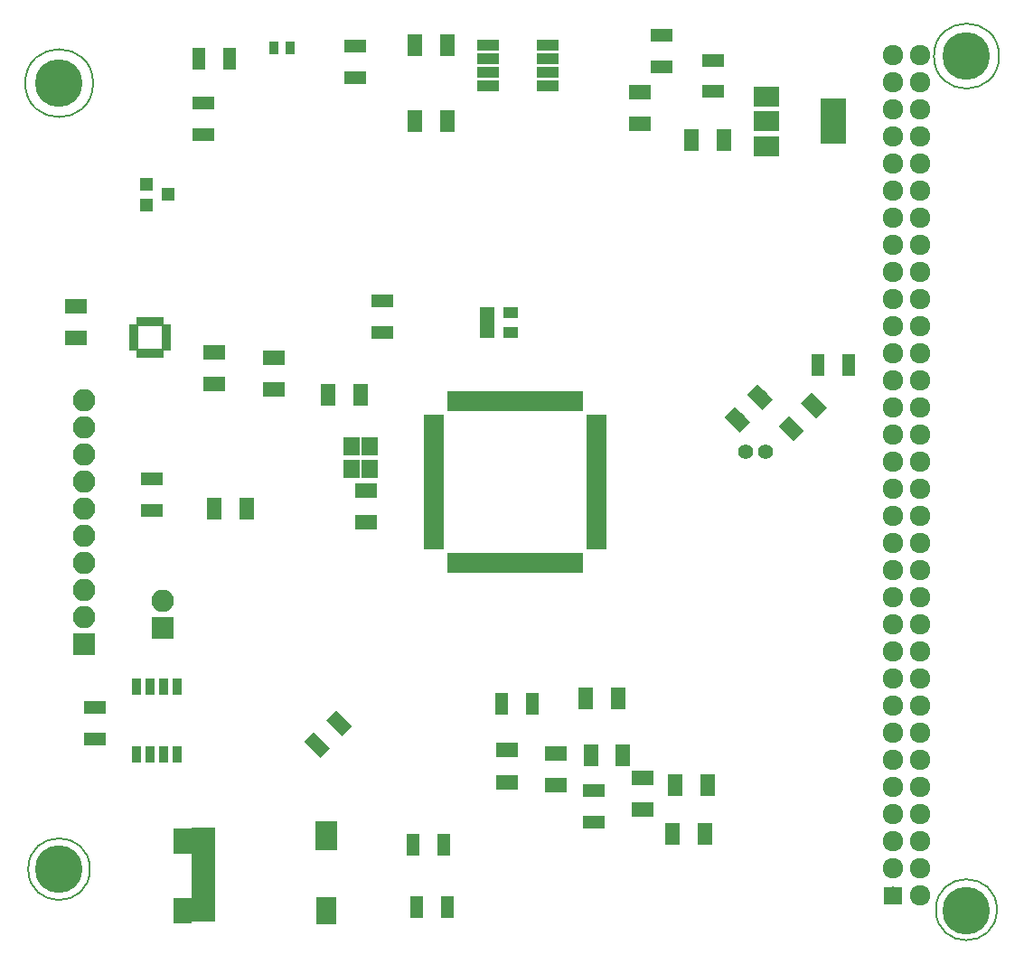
<source format=gts>
G04 #@! TF.GenerationSoftware,KiCad,Pcbnew,(5.1.2)-1*
G04 #@! TF.CreationDate,2019-06-18T12:55:33-03:00*
G04 #@! TF.ProjectId,pcb_v1,7063625f-7631-42e6-9b69-6361645f7063,rev?*
G04 #@! TF.SameCoordinates,Original*
G04 #@! TF.FileFunction,Soldermask,Top*
G04 #@! TF.FilePolarity,Negative*
%FSLAX46Y46*%
G04 Gerber Fmt 4.6, Leading zero omitted, Abs format (unit mm)*
G04 Created by KiCad (PCBNEW (5.1.2)-1) date 2019-06-18 12:55:33*
%MOMM*%
%LPD*%
G04 APERTURE LIST*
%ADD10C,0.150000*%
%ADD11C,4.464000*%
%ADD12C,1.300000*%
%ADD13C,0.100000*%
%ADD14C,1.400000*%
%ADD15R,1.400000X2.000000*%
%ADD16R,1.950000X0.650000*%
%ADD17R,0.650000X1.950000*%
%ADD18R,2.100000X1.300000*%
%ADD19R,2.000000X1.400000*%
%ADD20R,2.150000X1.050000*%
%ADD21R,1.300000X2.100000*%
%ADD22R,2.400000X4.200000*%
%ADD23R,2.400000X1.900000*%
%ADD24C,1.664000*%
%ADD25C,1.924000*%
%ADD26R,1.460000X1.050000*%
%ADD27R,0.900000X1.300000*%
%ADD28R,2.100000X2.100000*%
%ADD29O,2.100000X2.100000*%
%ADD30R,1.300000X1.200000*%
%ADD31R,0.908000X1.543000*%
%ADD32R,1.500000X1.700000*%
%ADD33R,1.900000X2.600000*%
%ADD34R,2.000000X2.700000*%
%ADD35R,1.800000X2.400000*%
%ADD36R,2.200000X1.200000*%
%ADD37R,0.600000X0.950000*%
%ADD38R,0.950000X0.600000*%
G04 APERTURE END LIST*
D10*
X58260000Y-57620000D02*
G75*
G03X58260000Y-57620000I-3180000J0D01*
G01*
X57960277Y-131280000D02*
G75*
G03X57960277Y-131280000I-2890277J0D01*
G01*
X143128688Y-55080000D02*
G75*
G03X143128688Y-55080000I-3048688J0D01*
G01*
X142930280Y-135080000D02*
G75*
G03X142930280Y-135080000I-2860280J0D01*
G01*
D11*
X140090000Y-55080000D03*
X55080000Y-57620000D03*
X55080000Y-131280000D03*
X140090000Y-135150000D03*
D12*
X79238695Y-119643305D03*
D13*
G36*
X79521538Y-120845387D02*
G01*
X78036613Y-119360462D01*
X78955852Y-118441223D01*
X80440777Y-119926148D01*
X79521538Y-120845387D01*
X79521538Y-120845387D01*
G37*
D12*
X81289305Y-117592695D03*
D13*
G36*
X81572148Y-118794777D02*
G01*
X80087223Y-117309852D01*
X81006462Y-116390613D01*
X82491387Y-117875538D01*
X81572148Y-118794777D01*
X81572148Y-118794777D01*
G37*
D14*
X119380000Y-92202000D03*
X121280000Y-92202000D03*
D15*
X104902000Y-120650000D03*
X107902000Y-120650000D03*
D16*
X90190000Y-100996000D03*
X90190000Y-100496000D03*
X90190000Y-99996000D03*
X90190000Y-99496000D03*
X90190000Y-98996000D03*
X90190000Y-98496000D03*
X90190000Y-97996000D03*
X90190000Y-97496000D03*
X90190000Y-96996000D03*
X90190000Y-96496000D03*
X90190000Y-95996000D03*
X90190000Y-95496000D03*
X90190000Y-94996000D03*
X90190000Y-94496000D03*
X90190000Y-93996000D03*
X90190000Y-93496000D03*
X90190000Y-92996000D03*
X90190000Y-92496000D03*
X90190000Y-91996000D03*
X90190000Y-91496000D03*
X90190000Y-90996000D03*
X90190000Y-90496000D03*
X90190000Y-89996000D03*
X90190000Y-89496000D03*
X90190000Y-88996000D03*
D17*
X91790000Y-87396000D03*
X92290000Y-87396000D03*
X92790000Y-87396000D03*
X93290000Y-87396000D03*
X93790000Y-87396000D03*
X94290000Y-87396000D03*
X94790000Y-87396000D03*
X95290000Y-87396000D03*
X95790000Y-87396000D03*
X96290000Y-87396000D03*
X96790000Y-87396000D03*
X97290000Y-87396000D03*
X97790000Y-87396000D03*
X98290000Y-87396000D03*
X98790000Y-87396000D03*
X99290000Y-87396000D03*
X99790000Y-87396000D03*
X100290000Y-87396000D03*
X100790000Y-87396000D03*
X101290000Y-87396000D03*
X101790000Y-87396000D03*
X102290000Y-87396000D03*
X102790000Y-87396000D03*
X103290000Y-87396000D03*
X103790000Y-87396000D03*
D16*
X105390000Y-88996000D03*
X105390000Y-89496000D03*
X105390000Y-89996000D03*
X105390000Y-90496000D03*
X105390000Y-90996000D03*
X105390000Y-91496000D03*
X105390000Y-91996000D03*
X105390000Y-92496000D03*
X105390000Y-92996000D03*
X105390000Y-93496000D03*
X105390000Y-93996000D03*
X105390000Y-94496000D03*
X105390000Y-94996000D03*
X105390000Y-95496000D03*
X105390000Y-95996000D03*
X105390000Y-96496000D03*
X105390000Y-96996000D03*
X105390000Y-97496000D03*
X105390000Y-97996000D03*
X105390000Y-98496000D03*
X105390000Y-98996000D03*
X105390000Y-99496000D03*
X105390000Y-99996000D03*
X105390000Y-100496000D03*
X105390000Y-100996000D03*
D17*
X103790000Y-102596000D03*
X103290000Y-102596000D03*
X102790000Y-102596000D03*
X102290000Y-102596000D03*
X101790000Y-102596000D03*
X101290000Y-102596000D03*
X100790000Y-102596000D03*
X100290000Y-102596000D03*
X99790000Y-102596000D03*
X99290000Y-102596000D03*
X98790000Y-102596000D03*
X98290000Y-102596000D03*
X97790000Y-102596000D03*
X97290000Y-102596000D03*
X96790000Y-102596000D03*
X96290000Y-102596000D03*
X95790000Y-102596000D03*
X95290000Y-102596000D03*
X94790000Y-102596000D03*
X94290000Y-102596000D03*
X93790000Y-102596000D03*
X93290000Y-102596000D03*
X92790000Y-102596000D03*
X92290000Y-102596000D03*
X91790000Y-102596000D03*
D18*
X63754000Y-94742000D03*
X63754000Y-97642000D03*
D19*
X69596000Y-85828000D03*
X69596000Y-82828000D03*
D20*
X95238000Y-57912000D03*
X95238000Y-56642000D03*
X95238000Y-55372000D03*
X95238000Y-54102000D03*
X100838000Y-54102000D03*
X100838000Y-55372000D03*
X100838000Y-56642000D03*
X100838000Y-57912000D03*
D21*
X126132000Y-84074000D03*
X129032000Y-84074000D03*
D19*
X97028000Y-120142000D03*
X97028000Y-123142000D03*
D14*
X123653340Y-89960660D03*
D13*
G36*
X123865472Y-91162742D02*
G01*
X122451258Y-89748528D01*
X123441208Y-88758578D01*
X124855422Y-90172792D01*
X123865472Y-91162742D01*
X123865472Y-91162742D01*
G37*
D14*
X125774660Y-87839340D03*
D13*
G36*
X125986792Y-89041422D02*
G01*
X124572578Y-87627208D01*
X125562528Y-86637258D01*
X126976742Y-88051472D01*
X125986792Y-89041422D01*
X125986792Y-89041422D01*
G37*
D19*
X83820000Y-95782000D03*
X83820000Y-98782000D03*
D15*
X80288000Y-86868000D03*
X83288000Y-86868000D03*
X104418000Y-115316000D03*
X107418000Y-115316000D03*
X117324000Y-62992000D03*
X114324000Y-62992000D03*
D19*
X109474000Y-58444000D03*
X109474000Y-61444000D03*
X101600000Y-120420000D03*
X101600000Y-123420000D03*
D15*
X112546000Y-128016000D03*
X115546000Y-128016000D03*
X112800000Y-123444000D03*
X115800000Y-123444000D03*
D19*
X109728000Y-125706000D03*
X109728000Y-122706000D03*
D21*
X99420000Y-115824000D03*
X96520000Y-115824000D03*
D18*
X111506000Y-53160000D03*
X111506000Y-56060000D03*
X116332000Y-58420000D03*
X116332000Y-55520000D03*
X105156000Y-126852000D03*
X105156000Y-123952000D03*
D22*
X127610000Y-61214000D03*
D23*
X121310000Y-61214000D03*
X121310000Y-63514000D03*
X121310000Y-58914000D03*
D24*
X133190000Y-133770000D03*
D13*
G36*
X134022000Y-134602000D02*
G01*
X132358000Y-134602000D01*
X132358000Y-132938000D01*
X134022000Y-132938000D01*
X134022000Y-134602000D01*
X134022000Y-134602000D01*
G37*
D25*
X133190000Y-131230000D03*
X133190000Y-128690000D03*
X133190000Y-126150000D03*
X133190000Y-123610000D03*
X133190000Y-121070000D03*
X133190000Y-118530000D03*
X133190000Y-115990000D03*
X133190000Y-113450000D03*
X133190000Y-110910000D03*
X133190000Y-108370000D03*
X133190000Y-105830000D03*
X133190000Y-103290000D03*
X133190000Y-100750000D03*
X133190000Y-98210000D03*
X133190000Y-95670000D03*
X133190000Y-93130000D03*
X133190000Y-90590000D03*
X133190000Y-88050000D03*
X133190000Y-85510000D03*
X133190000Y-82970000D03*
X133190000Y-80430000D03*
X133190000Y-77890000D03*
X133190000Y-75350000D03*
X133190000Y-72810000D03*
X133190000Y-70270000D03*
X133190000Y-67730000D03*
X133190000Y-65190000D03*
X133190000Y-62650000D03*
X133190000Y-60110000D03*
X133190000Y-57570000D03*
X133190000Y-55030000D03*
X135730000Y-133770000D03*
X135730000Y-131230000D03*
X135730000Y-128690000D03*
X135730000Y-126150000D03*
X135730000Y-123610000D03*
X135730000Y-121070000D03*
X135730000Y-118530000D03*
X135730000Y-115990000D03*
X135730000Y-113450000D03*
X135730000Y-110910000D03*
X135730000Y-108370000D03*
X135730000Y-105830000D03*
X135730000Y-103290000D03*
X135730000Y-100750000D03*
X135730000Y-98210000D03*
X135730000Y-95670000D03*
X135730000Y-93130000D03*
X135730000Y-90590000D03*
X135730000Y-88050000D03*
X135730000Y-85510000D03*
X135730000Y-82970000D03*
X135730000Y-80430000D03*
X135730000Y-77890000D03*
X135730000Y-75350000D03*
X135730000Y-72810000D03*
X135730000Y-70270000D03*
X135730000Y-67730000D03*
X135730000Y-65190000D03*
X135730000Y-62650000D03*
X135730000Y-60110000D03*
X135730000Y-57570000D03*
X135730000Y-55030000D03*
D19*
X75184000Y-86336000D03*
X75184000Y-83336000D03*
X56642000Y-81510000D03*
X56642000Y-78510000D03*
D15*
X88416000Y-54102000D03*
X91416000Y-54102000D03*
X91416000Y-61214000D03*
X88416000Y-61214000D03*
D18*
X85344000Y-80952000D03*
X85344000Y-78052000D03*
X82804000Y-54176000D03*
X82804000Y-57076000D03*
D26*
X95166000Y-79126000D03*
X95166000Y-80076000D03*
X95166000Y-81026000D03*
X97366000Y-81026000D03*
X97366000Y-79126000D03*
D15*
X69620000Y-97536000D03*
X72620000Y-97536000D03*
D27*
X75208000Y-54356000D03*
X76708000Y-54356000D03*
D28*
X57404000Y-110236000D03*
D29*
X57404000Y-107696000D03*
X57404000Y-105156000D03*
X57404000Y-102616000D03*
X57404000Y-100076000D03*
X57404000Y-97536000D03*
X57404000Y-94996000D03*
X57404000Y-92456000D03*
X57404000Y-89916000D03*
X57404000Y-87376000D03*
D28*
X64770000Y-108712000D03*
D29*
X64770000Y-106172000D03*
D21*
X71046000Y-55372000D03*
X68146000Y-55372000D03*
D18*
X68580000Y-59510000D03*
X68580000Y-62410000D03*
D21*
X88212000Y-129032000D03*
X91112000Y-129032000D03*
X88540000Y-134874000D03*
X91440000Y-134874000D03*
D18*
X58420000Y-119052000D03*
X58420000Y-116152000D03*
D30*
X63262000Y-67122000D03*
X63262000Y-69022000D03*
X65262000Y-68072000D03*
D31*
X62357000Y-114173000D03*
X63627000Y-114173000D03*
X64897000Y-114173000D03*
X66167000Y-114173000D03*
X66167000Y-120523000D03*
X64897000Y-120523000D03*
X63627000Y-120523000D03*
X62357000Y-120523000D03*
D32*
X84137000Y-93760000D03*
X84137000Y-91660000D03*
X82487000Y-91660000D03*
X82487000Y-93760000D03*
D33*
X80130000Y-135136000D03*
D34*
X80130000Y-128136000D03*
D35*
X66680000Y-128636000D03*
X66680000Y-135136000D03*
D36*
X68580000Y-127936000D03*
X68580000Y-129036000D03*
X68580000Y-130136000D03*
X68580000Y-131236000D03*
X68580000Y-132336000D03*
X68580000Y-133436000D03*
X68580000Y-134536000D03*
X68580000Y-135636000D03*
D37*
X64608000Y-79961000D03*
X64208000Y-79961000D03*
X63808000Y-79961000D03*
X63408000Y-79961000D03*
X63008000Y-79961000D03*
X62608000Y-79961000D03*
D38*
X62108000Y-80461000D03*
X62108000Y-80861000D03*
X62108000Y-81261000D03*
X62108000Y-81661000D03*
X62108000Y-82061000D03*
X62108000Y-82461000D03*
D37*
X62608000Y-82961000D03*
X63008000Y-82961000D03*
X63408000Y-82961000D03*
X63808000Y-82961000D03*
X64208000Y-82961000D03*
X64608000Y-82961000D03*
D38*
X65108000Y-82461000D03*
X65108000Y-82061000D03*
X65108000Y-81661000D03*
X65108000Y-81261000D03*
X65108000Y-80861000D03*
X65108000Y-80461000D03*
D14*
X118618000Y-89154000D03*
D13*
G36*
X118830132Y-90356082D02*
G01*
X117415918Y-88941868D01*
X118405868Y-87951918D01*
X119820082Y-89366132D01*
X118830132Y-90356082D01*
X118830132Y-90356082D01*
G37*
D14*
X120739320Y-87032680D03*
D13*
G36*
X120951452Y-88234762D02*
G01*
X119537238Y-86820548D01*
X120527188Y-85830598D01*
X121941402Y-87244812D01*
X120951452Y-88234762D01*
X120951452Y-88234762D01*
G37*
M02*

</source>
